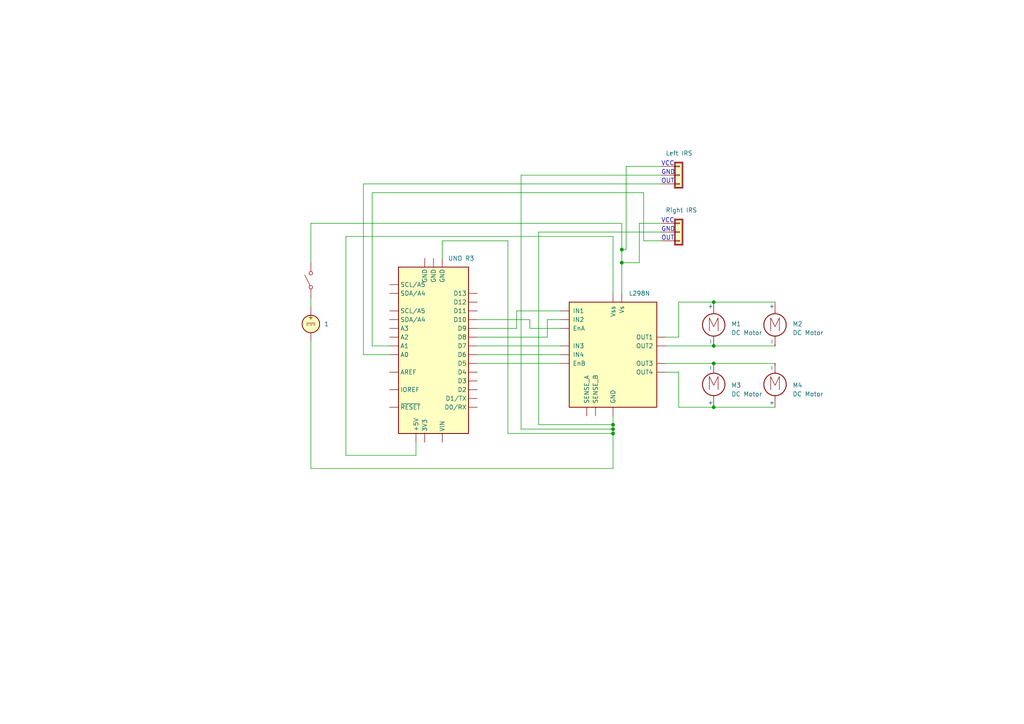
<source format=kicad_sch>
(kicad_sch (version 20211123) (generator eeschema)

  (uuid a70f18d6-0e54-4ee9-90eb-12580593d995)

  (paper "A4")

  (lib_symbols
    (symbol "Conn_01x03_Shielded_1" (pin_numbers hide) (pin_names (offset 1.016) hide) (in_bom yes) (on_board yes)
      (property "Reference" "J?" (id 0) (at 2.54 1.2701 0)
        (effects (font (size 1.27 1.27)) (justify left))
      )
      (property "Value" "Conn_01x03_Shielded_1" (id 1) (at 2.54 -1.2699 0)
        (effects (font (size 1.27 1.27)) (justify left))
      )
      (property "Footprint" "" (id 2) (at 0 0 0)
        (effects (font (size 1.27 1.27)) hide)
      )
      (property "Datasheet" "~" (id 3) (at 0 0 0)
        (effects (font (size 1.27 1.27)) hide)
      )
      (property "ki_keywords" "connector" (id 4) (at 0 0 0)
        (effects (font (size 1.27 1.27)) hide)
      )
      (property "ki_description" "Generic shielded connector, single row, 01x03, script generated (kicad-library-utils/schlib/autogen/connector/)" (id 5) (at 0 0 0)
        (effects (font (size 1.27 1.27)) hide)
      )
      (property "ki_fp_filters" "Connector*:*_1x??-1SH*" (id 6) (at 0 0 0)
        (effects (font (size 1.27 1.27)) hide)
      )
      (symbol "Conn_01x03_Shielded_1_1_1"
        (rectangle (start -1.27 3.81) (end 1.27 -3.81)
          (stroke (width 0.1524) (type default) (color 0 0 0 0))
          (fill (type none))
        )
        (rectangle (start -1.016 -2.413) (end 0.254 -2.667)
          (stroke (width 0.1524) (type default) (color 0 0 0 0))
          (fill (type none))
        )
        (rectangle (start -1.016 0.127) (end 0.254 -0.127)
          (stroke (width 0.1524) (type default) (color 0 0 0 0))
          (fill (type none))
        )
        (rectangle (start -1.016 2.667) (end 0.254 2.413)
          (stroke (width 0.1524) (type default) (color 0 0 0 0))
          (fill (type none))
        )
        (rectangle (start -1.016 3.556) (end 1.016 -3.556)
          (stroke (width 0.254) (type default) (color 0 0 0 0))
          (fill (type background))
        )
        (pin passive line (at -5.08 2.54 0) (length 4.064)
          (name "Pin_1" (effects (font (size 1.27 1.27))))
          (number "1" (effects (font (size 1.27 1.27))))
          (alternate "" input line)
          (alternate "" input line)
        )
        (pin passive line (at -5.08 0 0) (length 4.064)
          (name "Pin_2" (effects (font (size 1.27 1.27))))
          (number "2" (effects (font (size 1.27 1.27))))
          (alternate "" input line)
          (alternate "" input line)
        )
        (pin passive line (at -5.08 -2.54 0) (length 4.064)
          (name "Pin_3" (effects (font (size 1.27 1.27))))
          (number "3" (effects (font (size 1.27 1.27))))
          (alternate "" input line)
          (alternate "" input line)
        )
      )
    )
    (symbol "Conn_01x03_Shielded_2" (pin_numbers hide) (pin_names (offset 1.016) hide) (in_bom yes) (on_board yes)
      (property "Reference" "J?" (id 0) (at 2.54 1.2701 0)
        (effects (font (size 1.27 1.27)) (justify left))
      )
      (property "Value" "Conn_01x03_Shielded_2" (id 1) (at 2.54 -1.2699 0)
        (effects (font (size 1.27 1.27)) (justify left))
      )
      (property "Footprint" "" (id 2) (at 0 0 0)
        (effects (font (size 1.27 1.27)) hide)
      )
      (property "Datasheet" "~" (id 3) (at 0 0 0)
        (effects (font (size 1.27 1.27)) hide)
      )
      (property "ki_keywords" "connector" (id 4) (at 0 0 0)
        (effects (font (size 1.27 1.27)) hide)
      )
      (property "ki_description" "Generic shielded connector, single row, 01x03, script generated (kicad-library-utils/schlib/autogen/connector/)" (id 5) (at 0 0 0)
        (effects (font (size 1.27 1.27)) hide)
      )
      (property "ki_fp_filters" "Connector*:*_1x??-1SH*" (id 6) (at 0 0 0)
        (effects (font (size 1.27 1.27)) hide)
      )
      (symbol "Conn_01x03_Shielded_2_1_1"
        (rectangle (start -1.27 3.81) (end 1.27 -3.81)
          (stroke (width 0.1524) (type default) (color 0 0 0 0))
          (fill (type none))
        )
        (rectangle (start -1.016 -2.413) (end 0.254 -2.667)
          (stroke (width 0.1524) (type default) (color 0 0 0 0))
          (fill (type none))
        )
        (rectangle (start -1.016 0.127) (end 0.254 -0.127)
          (stroke (width 0.1524) (type default) (color 0 0 0 0))
          (fill (type none))
        )
        (rectangle (start -1.016 2.667) (end 0.254 2.413)
          (stroke (width 0.1524) (type default) (color 0 0 0 0))
          (fill (type none))
        )
        (rectangle (start -1.016 3.556) (end 1.016 -3.556)
          (stroke (width 0.254) (type default) (color 0 0 0 0))
          (fill (type background))
        )
        (pin passive line (at -5.08 2.54 0) (length 4.064)
          (name "Pin_1" (effects (font (size 1.27 1.27))))
          (number "1" (effects (font (size 1.27 1.27))))
          (alternate "" input line)
          (alternate "" input line)
        )
        (pin passive line (at -5.08 0 0) (length 4.064)
          (name "Pin_2" (effects (font (size 1.27 1.27))))
          (number "2" (effects (font (size 1.27 1.27))))
          (alternate "" input line)
          (alternate "" input line)
        )
        (pin passive line (at -5.08 -2.54 0) (length 4.064)
          (name "Pin_3" (effects (font (size 1.27 1.27))))
          (number "3" (effects (font (size 1.27 1.27))))
          (alternate "" input line)
          (alternate "" input line)
        )
      )
    )
    (symbol "Driver_Motor:L298N" (pin_numbers hide) (pin_names (offset 1.016)) (in_bom yes) (on_board yes)
      (property "Reference" "U" (id 0) (at -10.16 16.51 0)
        (effects (font (size 1.27 1.27)) (justify right))
      )
      (property "Value" "L298N" (id 1) (at 12.7 16.51 0)
        (effects (font (size 1.27 1.27)) (justify right))
      )
      (property "Footprint" "Package_TO_SOT_THT:TO-220-15_P2.54x2.54mm_StaggerOdd_Lead4.58mm_Vertical" (id 2) (at 1.27 -16.51 0)
        (effects (font (size 1.27 1.27)) (justify left) hide)
      )
      (property "Datasheet" "http://www.st.com/st-web-ui/static/active/en/resource/technical/document/datasheet/CD00000240.pdf" (id 3) (at 3.81 6.35 0)
        (effects (font (size 1.27 1.27)) hide)
      )
      (property "ki_keywords" "H-bridge motor driver" (id 4) (at 0 0 0)
        (effects (font (size 1.27 1.27)) hide)
      )
      (property "ki_description" "Dual full bridge motor driver, up to 46V, 4A, Multiwatt15-V" (id 5) (at 0 0 0)
        (effects (font (size 1.27 1.27)) hide)
      )
      (property "ki_fp_filters" "TO?220*StaggerOdd*Vertical*" (id 6) (at 0 0 0)
        (effects (font (size 1.27 1.27)) hide)
      )
      (symbol "L298N_0_1"
        (rectangle (start -12.7 15.24) (end 12.7 -15.24)
          (stroke (width 0.254) (type default) (color 0 0 0 0))
          (fill (type background))
        )
      )
      (symbol "L298N_1_1"
        (pin power_in line (at -7.62 -17.78 90) (length 2.54)
          (name "SENSE_A" (effects (font (size 1.27 1.27))))
          (number "1" (effects (font (size 1.27 1.27))))
        )
        (pin input line (at -15.24 2.54 0) (length 2.54)
          (name "IN3" (effects (font (size 1.27 1.27))))
          (number "10" (effects (font (size 1.27 1.27))))
        )
        (pin input line (at -15.24 -2.54 0) (length 2.54)
          (name "EnB" (effects (font (size 1.27 1.27))))
          (number "11" (effects (font (size 1.27 1.27))))
        )
        (pin input line (at -15.24 0 0) (length 2.54)
          (name "IN4" (effects (font (size 1.27 1.27))))
          (number "12" (effects (font (size 1.27 1.27))))
        )
        (pin output line (at 15.24 -2.54 180) (length 2.54)
          (name "OUT3" (effects (font (size 1.27 1.27))))
          (number "13" (effects (font (size 1.27 1.27))))
        )
        (pin output line (at 15.24 -5.08 180) (length 2.54)
          (name "OUT4" (effects (font (size 1.27 1.27))))
          (number "14" (effects (font (size 1.27 1.27))))
        )
        (pin power_in line (at -5.08 -17.78 90) (length 2.54)
          (name "SENSE_B" (effects (font (size 1.27 1.27))))
          (number "15" (effects (font (size 1.27 1.27))))
        )
        (pin output line (at 15.24 5.08 180) (length 2.54)
          (name "OUT1" (effects (font (size 1.27 1.27))))
          (number "2" (effects (font (size 1.27 1.27))))
        )
        (pin output line (at 15.24 2.54 180) (length 2.54)
          (name "OUT2" (effects (font (size 1.27 1.27))))
          (number "3" (effects (font (size 1.27 1.27))))
        )
        (pin power_in line (at 2.54 17.78 270) (length 2.54)
          (name "Vs" (effects (font (size 1.27 1.27))))
          (number "4" (effects (font (size 1.27 1.27))))
        )
        (pin input line (at -15.24 12.7 0) (length 2.54)
          (name "IN1" (effects (font (size 1.27 1.27))))
          (number "5" (effects (font (size 1.27 1.27))))
        )
        (pin input line (at -15.24 7.62 0) (length 2.54)
          (name "EnA" (effects (font (size 1.27 1.27))))
          (number "6" (effects (font (size 1.27 1.27))))
        )
        (pin input line (at -15.24 10.16 0) (length 2.54)
          (name "IN2" (effects (font (size 1.27 1.27))))
          (number "7" (effects (font (size 1.27 1.27))))
        )
        (pin power_in line (at 0 -17.78 90) (length 2.54)
          (name "GND" (effects (font (size 1.27 1.27))))
          (number "8" (effects (font (size 1.27 1.27))))
        )
        (pin power_in line (at 0 17.78 270) (length 2.54)
          (name "Vss" (effects (font (size 1.27 1.27))))
          (number "9" (effects (font (size 1.27 1.27))))
        )
      )
    )
    (symbol "MCU_Module:Arduino_UNO_R3" (pin_numbers hide) (in_bom yes) (on_board yes)
      (property "Reference" "A" (id 0) (at -10.16 23.495 0)
        (effects (font (size 1.27 1.27)) (justify left bottom))
      )
      (property "Value" "Arduino_UNO_R3" (id 1) (at 5.08 -26.67 0)
        (effects (font (size 1.27 1.27)) (justify left top))
      )
      (property "Footprint" "Module:Arduino_UNO_R3" (id 2) (at 0 0 0)
        (effects (font (size 1.27 1.27) italic) hide)
      )
      (property "Datasheet" "https://www.arduino.cc/en/Main/arduinoBoardUno" (id 3) (at 0 0 0)
        (effects (font (size 1.27 1.27)) hide)
      )
      (property "ki_keywords" "Arduino UNO R3 Microcontroller Module Atmel AVR USB" (id 4) (at 0 0 0)
        (effects (font (size 1.27 1.27)) hide)
      )
      (property "ki_description" "Arduino UNO Microcontroller Module, release 3" (id 5) (at 0 0 0)
        (effects (font (size 1.27 1.27)) hide)
      )
      (property "ki_fp_filters" "Arduino*UNO*R3*" (id 6) (at 0 0 0)
        (effects (font (size 1.27 1.27)) hide)
      )
      (symbol "Arduino_UNO_R3_0_1"
        (rectangle (start -10.16 22.86) (end 10.16 -25.4)
          (stroke (width 0.254) (type default) (color 0 0 0 0))
          (fill (type background))
        )
      )
      (symbol "Arduino_UNO_R3_1_1"
        (pin no_connect line (at -10.16 -20.32 0) (length 2.54) hide
          (name "NC" (effects (font (size 1.27 1.27))))
          (number "1" (effects (font (size 1.27 1.27))))
        )
        (pin bidirectional line (at 12.7 -2.54 180) (length 2.54)
          (name "A1" (effects (font (size 1.27 1.27))))
          (number "10" (effects (font (size 1.27 1.27))))
        )
        (pin bidirectional line (at 12.7 -5.08 180) (length 2.54)
          (name "A2" (effects (font (size 1.27 1.27))))
          (number "11" (effects (font (size 1.27 1.27))))
        )
        (pin bidirectional line (at 12.7 -7.62 180) (length 2.54)
          (name "A3" (effects (font (size 1.27 1.27))))
          (number "12" (effects (font (size 1.27 1.27))))
        )
        (pin bidirectional line (at 12.7 -10.16 180) (length 2.54)
          (name "SDA/A4" (effects (font (size 1.27 1.27))))
          (number "13" (effects (font (size 1.27 1.27))))
        )
        (pin bidirectional line (at 12.7 -12.7 180) (length 2.54)
          (name "SCL/A5" (effects (font (size 1.27 1.27))))
          (number "14" (effects (font (size 1.27 1.27))))
        )
        (pin bidirectional line (at -12.7 15.24 0) (length 2.54)
          (name "D0/RX" (effects (font (size 1.27 1.27))))
          (number "15" (effects (font (size 1.27 1.27))))
        )
        (pin bidirectional line (at -12.7 12.7 0) (length 2.54)
          (name "D1/TX" (effects (font (size 1.27 1.27))))
          (number "16" (effects (font (size 1.27 1.27))))
        )
        (pin bidirectional line (at -12.7 10.16 0) (length 2.54)
          (name "D2" (effects (font (size 1.27 1.27))))
          (number "17" (effects (font (size 1.27 1.27))))
        )
        (pin bidirectional line (at -12.7 7.62 0) (length 2.54)
          (name "D3" (effects (font (size 1.27 1.27))))
          (number "18" (effects (font (size 1.27 1.27))))
        )
        (pin bidirectional line (at -12.7 5.08 0) (length 2.54)
          (name "D4" (effects (font (size 1.27 1.27))))
          (number "19" (effects (font (size 1.27 1.27))))
        )
        (pin output line (at 12.7 10.16 180) (length 2.54)
          (name "IOREF" (effects (font (size 1.27 1.27))))
          (number "2" (effects (font (size 1.27 1.27))))
        )
        (pin bidirectional line (at -12.7 2.54 0) (length 2.54)
          (name "D5" (effects (font (size 1.27 1.27))))
          (number "20" (effects (font (size 1.27 1.27))))
        )
        (pin bidirectional line (at -12.7 0 0) (length 2.54)
          (name "D6" (effects (font (size 1.27 1.27))))
          (number "21" (effects (font (size 1.27 1.27))))
        )
        (pin bidirectional line (at -12.7 -2.54 0) (length 2.54)
          (name "D7" (effects (font (size 1.27 1.27))))
          (number "22" (effects (font (size 1.27 1.27))))
        )
        (pin bidirectional line (at -12.7 -5.08 0) (length 2.54)
          (name "D8" (effects (font (size 1.27 1.27))))
          (number "23" (effects (font (size 1.27 1.27))))
        )
        (pin bidirectional line (at -12.7 -7.62 0) (length 2.54)
          (name "D9" (effects (font (size 1.27 1.27))))
          (number "24" (effects (font (size 1.27 1.27))))
        )
        (pin bidirectional line (at -12.7 -10.16 0) (length 2.54)
          (name "D10" (effects (font (size 1.27 1.27))))
          (number "25" (effects (font (size 1.27 1.27))))
        )
        (pin bidirectional line (at -12.7 -12.7 0) (length 2.54)
          (name "D11" (effects (font (size 1.27 1.27))))
          (number "26" (effects (font (size 1.27 1.27))))
        )
        (pin bidirectional line (at -12.7 -15.24 0) (length 2.54)
          (name "D12" (effects (font (size 1.27 1.27))))
          (number "27" (effects (font (size 1.27 1.27))))
        )
        (pin bidirectional line (at -12.7 -17.78 0) (length 2.54)
          (name "D13" (effects (font (size 1.27 1.27))))
          (number "28" (effects (font (size 1.27 1.27))))
        )
        (pin power_in line (at -2.54 -27.94 90) (length 2.54)
          (name "GND" (effects (font (size 1.27 1.27))))
          (number "29" (effects (font (size 1.27 1.27))))
        )
        (pin input line (at 12.7 15.24 180) (length 2.54)
          (name "~{RESET}" (effects (font (size 1.27 1.27))))
          (number "3" (effects (font (size 1.27 1.27))))
        )
        (pin input line (at 12.7 5.08 180) (length 2.54)
          (name "AREF" (effects (font (size 1.27 1.27))))
          (number "30" (effects (font (size 1.27 1.27))))
        )
        (pin bidirectional line (at 12.7 -17.78 180) (length 2.54)
          (name "SDA/A4" (effects (font (size 1.27 1.27))))
          (number "31" (effects (font (size 1.27 1.27))))
        )
        (pin bidirectional line (at 12.7 -20.32 180) (length 2.54)
          (name "SCL/A5" (effects (font (size 1.27 1.27))))
          (number "32" (effects (font (size 1.27 1.27))))
        )
        (pin power_out line (at 2.54 25.4 270) (length 2.54)
          (name "3V3" (effects (font (size 1.27 1.27))))
          (number "4" (effects (font (size 1.27 1.27))))
        )
        (pin power_out line (at 5.08 25.4 270) (length 2.54)
          (name "+5V" (effects (font (size 1.27 1.27))))
          (number "5" (effects (font (size 1.27 1.27))))
        )
        (pin power_in line (at 0 -27.94 90) (length 2.54)
          (name "GND" (effects (font (size 1.27 1.27))))
          (number "6" (effects (font (size 1.27 1.27))))
        )
        (pin power_in line (at 2.54 -27.94 90) (length 2.54)
          (name "GND" (effects (font (size 1.27 1.27))))
          (number "7" (effects (font (size 1.27 1.27))))
        )
        (pin power_in line (at -2.54 25.4 270) (length 2.54)
          (name "VIN" (effects (font (size 1.27 1.27))))
          (number "8" (effects (font (size 1.27 1.27))))
        )
        (pin bidirectional line (at 12.7 0 180) (length 2.54)
          (name "A0" (effects (font (size 1.27 1.27))))
          (number "9" (effects (font (size 1.27 1.27))))
        )
      )
    )
    (symbol "Motor:Motor_DC" (pin_numbers hide) (pin_names (offset 0)) (in_bom yes) (on_board yes)
      (property "Reference" "M" (id 0) (at 2.54 2.54 0)
        (effects (font (size 1.27 1.27)) (justify left))
      )
      (property "Value" "Motor_DC" (id 1) (at 2.54 -5.08 0)
        (effects (font (size 1.27 1.27)) (justify left top))
      )
      (property "Footprint" "" (id 2) (at 0 -2.286 0)
        (effects (font (size 1.27 1.27)) hide)
      )
      (property "Datasheet" "~" (id 3) (at 0 -2.286 0)
        (effects (font (size 1.27 1.27)) hide)
      )
      (property "ki_keywords" "DC Motor" (id 4) (at 0 0 0)
        (effects (font (size 1.27 1.27)) hide)
      )
      (property "ki_description" "DC Motor" (id 5) (at 0 0 0)
        (effects (font (size 1.27 1.27)) hide)
      )
      (property "ki_fp_filters" "PinHeader*P2.54mm* TerminalBlock*" (id 6) (at 0 0 0)
        (effects (font (size 1.27 1.27)) hide)
      )
      (symbol "Motor_DC_0_0"
        (polyline
          (pts
            (xy -1.27 -3.302)
            (xy -1.27 0.508)
            (xy 0 -2.032)
            (xy 1.27 0.508)
            (xy 1.27 -3.302)
          )
          (stroke (width 0) (type default) (color 0 0 0 0))
          (fill (type none))
        )
      )
      (symbol "Motor_DC_0_1"
        (circle (center 0 -1.524) (radius 3.2512)
          (stroke (width 0.254) (type default) (color 0 0 0 0))
          (fill (type none))
        )
        (polyline
          (pts
            (xy 0 -7.62)
            (xy 0 -7.112)
          )
          (stroke (width 0) (type default) (color 0 0 0 0))
          (fill (type none))
        )
        (polyline
          (pts
            (xy 0 -4.7752)
            (xy 0 -5.1816)
          )
          (stroke (width 0) (type default) (color 0 0 0 0))
          (fill (type none))
        )
        (polyline
          (pts
            (xy 0 1.7272)
            (xy 0 2.0828)
          )
          (stroke (width 0) (type default) (color 0 0 0 0))
          (fill (type none))
        )
        (polyline
          (pts
            (xy 0 2.032)
            (xy 0 2.54)
          )
          (stroke (width 0) (type default) (color 0 0 0 0))
          (fill (type none))
        )
      )
      (symbol "Motor_DC_1_1"
        (pin passive line (at 0 5.08 270) (length 2.54)
          (name "+" (effects (font (size 1.27 1.27))))
          (number "1" (effects (font (size 1.27 1.27))))
        )
        (pin passive line (at 0 -7.62 90) (length 2.54)
          (name "-" (effects (font (size 1.27 1.27))))
          (number "2" (effects (font (size 1.27 1.27))))
        )
      )
    )
    (symbol "Motor_DC_1" (pin_numbers hide) (pin_names (offset 0)) (in_bom yes) (on_board yes)
      (property "Reference" "M?" (id 0) (at -7.62 0 0)
        (effects (font (size 1.27 1.27)) (justify right))
      )
      (property "Value" "Motor_DC" (id 1) (at -5.08 -2.54 0)
        (effects (font (size 1.27 1.27)) (justify right))
      )
      (property "Footprint" "" (id 2) (at 0 2.286 0)
        (effects (font (size 1.27 1.27)) hide)
      )
      (property "Datasheet" "~" (id 3) (at 0 2.286 0)
        (effects (font (size 1.27 1.27)) hide)
      )
      (property "ki_keywords" "DC Motor" (id 4) (at 0 0 0)
        (effects (font (size 1.27 1.27)) hide)
      )
      (property "ki_description" "DC Motor" (id 5) (at 0 0 0)
        (effects (font (size 1.27 1.27)) hide)
      )
      (property "ki_fp_filters" "PinHeader*P2.54mm* TerminalBlock*" (id 6) (at 0 0 0)
        (effects (font (size 1.27 1.27)) hide)
      )
      (symbol "Motor_DC_1_0_0"
        (polyline
          (pts
            (xy 1.27 0)
            (xy 1.27 -3.81)
            (xy 0 -1.27)
            (xy -1.27 -3.81)
            (xy -1.27 0)
          )
          (stroke (width 0) (type default) (color 0 0 0 0))
          (fill (type none))
        )
      )
      (symbol "Motor_DC_1_0_1"
        (circle (center 0 -1.524) (radius 3.2512)
          (stroke (width 0.254) (type default) (color 0 0 0 0))
          (fill (type none))
        )
        (polyline
          (pts
            (xy 0 -7.62)
            (xy 0 -7.112)
          )
          (stroke (width 0) (type default) (color 0 0 0 0))
          (fill (type none))
        )
        (polyline
          (pts
            (xy 0 -4.7752)
            (xy 0 -5.1816)
          )
          (stroke (width 0) (type default) (color 0 0 0 0))
          (fill (type none))
        )
        (polyline
          (pts
            (xy 0 1.7272)
            (xy 0 2.0828)
          )
          (stroke (width 0) (type default) (color 0 0 0 0))
          (fill (type none))
        )
        (polyline
          (pts
            (xy 0 2.032)
            (xy 0 2.54)
          )
          (stroke (width 0) (type default) (color 0 0 0 0))
          (fill (type none))
        )
      )
      (symbol "Motor_DC_1_1_1"
        (pin passive line (at 0 5.08 270) (length 2.54)
          (name "+" (effects (font (size 1.27 1.27))))
          (number "1" (effects (font (size 1.27 1.27))))
        )
        (pin passive line (at 0 -7.62 90) (length 2.54)
          (name "-" (effects (font (size 1.27 1.27))))
          (number "2" (effects (font (size 1.27 1.27))))
        )
      )
    )
    (symbol "Motor_DC_2" (pin_numbers hide) (pin_names (offset 0)) (in_bom yes) (on_board yes)
      (property "Reference" "M?" (id 0) (at -7.62 -3.81 0)
        (effects (font (size 1.27 1.27)) (justify right))
      )
      (property "Value" "Motor_DC" (id 1) (at -3.81 -1.27 0)
        (effects (font (size 1.27 1.27)) (justify right))
      )
      (property "Footprint" "" (id 2) (at 0 -2.286 0)
        (effects (font (size 1.27 1.27)) hide)
      )
      (property "Datasheet" "~" (id 3) (at 0 -2.286 0)
        (effects (font (size 1.27 1.27)) hide)
      )
      (property "ki_keywords" "DC Motor" (id 4) (at 0 0 0)
        (effects (font (size 1.27 1.27)) hide)
      )
      (property "ki_description" "DC Motor" (id 5) (at 0 0 0)
        (effects (font (size 1.27 1.27)) hide)
      )
      (property "ki_fp_filters" "PinHeader*P2.54mm* TerminalBlock*" (id 6) (at 0 0 0)
        (effects (font (size 1.27 1.27)) hide)
      )
      (symbol "Motor_DC_2_0_0"
        (polyline
          (pts
            (xy 1.27 0)
            (xy 1.27 -3.81)
            (xy 0 -1.27)
            (xy -1.27 -3.81)
            (xy -1.27 0)
          )
          (stroke (width 0) (type default) (color 0 0 0 0))
          (fill (type none))
        )
      )
      (symbol "Motor_DC_2_0_1"
        (circle (center 0 -1.524) (radius 3.2512)
          (stroke (width 0.254) (type default) (color 0 0 0 0))
          (fill (type none))
        )
        (polyline
          (pts
            (xy 0 -7.62)
            (xy 0 -7.112)
          )
          (stroke (width 0) (type default) (color 0 0 0 0))
          (fill (type none))
        )
        (polyline
          (pts
            (xy 0 -4.7752)
            (xy 0 -5.1816)
          )
          (stroke (width 0) (type default) (color 0 0 0 0))
          (fill (type none))
        )
        (polyline
          (pts
            (xy 0 1.7272)
            (xy 0 2.0828)
          )
          (stroke (width 0) (type default) (color 0 0 0 0))
          (fill (type none))
        )
        (polyline
          (pts
            (xy 0 2.032)
            (xy 0 2.54)
          )
          (stroke (width 0) (type default) (color 0 0 0 0))
          (fill (type none))
        )
      )
      (symbol "Motor_DC_2_1_1"
        (pin passive line (at 0 5.08 270) (length 2.54)
          (name "+" (effects (font (size 1.27 1.27))))
          (number "1" (effects (font (size 1.27 1.27))))
        )
        (pin passive line (at 0 -7.62 90) (length 2.54)
          (name "-" (effects (font (size 1.27 1.27))))
          (number "2" (effects (font (size 1.27 1.27))))
        )
      )
    )
    (symbol "Motor_DC_3" (pin_numbers hide) (pin_names (offset 0)) (in_bom yes) (on_board yes)
      (property "Reference" "M" (id 0) (at 2.54 2.54 0)
        (effects (font (size 1.27 1.27)) (justify left))
      )
      (property "Value" "Motor_DC_3" (id 1) (at 2.54 -5.08 0)
        (effects (font (size 1.27 1.27)) (justify left top))
      )
      (property "Footprint" "" (id 2) (at 0 -2.286 0)
        (effects (font (size 1.27 1.27)) hide)
      )
      (property "Datasheet" "~" (id 3) (at 0 -2.286 0)
        (effects (font (size 1.27 1.27)) hide)
      )
      (property "ki_keywords" "DC Motor" (id 4) (at 0 0 0)
        (effects (font (size 1.27 1.27)) hide)
      )
      (property "ki_description" "DC Motor" (id 5) (at 0 0 0)
        (effects (font (size 1.27 1.27)) hide)
      )
      (property "ki_fp_filters" "PinHeader*P2.54mm* TerminalBlock*" (id 6) (at 0 0 0)
        (effects (font (size 1.27 1.27)) hide)
      )
      (symbol "Motor_DC_3_0_0"
        (polyline
          (pts
            (xy -1.27 -3.302)
            (xy -1.27 0.508)
            (xy 0 -2.032)
            (xy 1.27 0.508)
            (xy 1.27 -3.302)
          )
          (stroke (width 0) (type default) (color 0 0 0 0))
          (fill (type none))
        )
      )
      (symbol "Motor_DC_3_0_1"
        (circle (center 0 -1.524) (radius 3.2512)
          (stroke (width 0.254) (type default) (color 0 0 0 0))
          (fill (type none))
        )
        (polyline
          (pts
            (xy 0 -7.62)
            (xy 0 -7.112)
          )
          (stroke (width 0) (type default) (color 0 0 0 0))
          (fill (type none))
        )
        (polyline
          (pts
            (xy 0 -4.7752)
            (xy 0 -5.1816)
          )
          (stroke (width 0) (type default) (color 0 0 0 0))
          (fill (type none))
        )
        (polyline
          (pts
            (xy 0 1.7272)
            (xy 0 2.0828)
          )
          (stroke (width 0) (type default) (color 0 0 0 0))
          (fill (type none))
        )
        (polyline
          (pts
            (xy 0 2.032)
            (xy 0 2.54)
          )
          (stroke (width 0) (type default) (color 0 0 0 0))
          (fill (type none))
        )
      )
      (symbol "Motor_DC_3_1_1"
        (pin passive line (at 0 5.08 270) (length 2.54)
          (name "+" (effects (font (size 1.27 1.27))))
          (number "1" (effects (font (size 1.27 1.27))))
        )
        (pin passive line (at 0 -7.62 90) (length 2.54)
          (name "-" (effects (font (size 1.27 1.27))))
          (number "2" (effects (font (size 1.27 1.27))))
        )
      )
    )
    (symbol "Simulation_SPICE:VDC" (pin_numbers hide) (pin_names (offset 0.0254)) (in_bom yes) (on_board yes)
      (property "Reference" "V" (id 0) (at 2.54 2.54 0)
        (effects (font (size 1.27 1.27)) (justify left))
      )
      (property "Value" "VDC" (id 1) (at 2.54 0 0)
        (effects (font (size 1.27 1.27)) (justify left))
      )
      (property "Footprint" "" (id 2) (at 0 0 0)
        (effects (font (size 1.27 1.27)) hide)
      )
      (property "Datasheet" "~" (id 3) (at 0 0 0)
        (effects (font (size 1.27 1.27)) hide)
      )
      (property "Spice_Netlist_Enabled" "Y" (id 4) (at 0 0 0)
        (effects (font (size 1.27 1.27)) (justify left) hide)
      )
      (property "Spice_Primitive" "V" (id 5) (at 0 0 0)
        (effects (font (size 1.27 1.27)) (justify left) hide)
      )
      (property "Spice_Model" "dc(1)" (id 6) (at 2.54 -2.54 0)
        (effects (font (size 1.27 1.27)) (justify left))
      )
      (property "ki_keywords" "simulation" (id 7) (at 0 0 0)
        (effects (font (size 1.27 1.27)) hide)
      )
      (property "ki_description" "Voltage source, DC" (id 8) (at 0 0 0)
        (effects (font (size 1.27 1.27)) hide)
      )
      (symbol "VDC_0_0"
        (polyline
          (pts
            (xy -1.27 0.254)
            (xy 1.27 0.254)
          )
          (stroke (width 0) (type default) (color 0 0 0 0))
          (fill (type none))
        )
        (polyline
          (pts
            (xy -0.762 -0.254)
            (xy -1.27 -0.254)
          )
          (stroke (width 0) (type default) (color 0 0 0 0))
          (fill (type none))
        )
        (polyline
          (pts
            (xy 0.254 -0.254)
            (xy -0.254 -0.254)
          )
          (stroke (width 0) (type default) (color 0 0 0 0))
          (fill (type none))
        )
        (polyline
          (pts
            (xy 1.27 -0.254)
            (xy 0.762 -0.254)
          )
          (stroke (width 0) (type default) (color 0 0 0 0))
          (fill (type none))
        )
        (text "+" (at 0 1.905 0)
          (effects (font (size 1.27 1.27)))
        )
      )
      (symbol "VDC_0_1"
        (circle (center 0 0) (radius 2.54)
          (stroke (width 0.254) (type default) (color 0 0 0 0))
          (fill (type background))
        )
      )
      (symbol "VDC_1_1"
        (pin passive line (at 0 5.08 270) (length 2.54)
          (name "~" (effects (font (size 1.27 1.27))))
          (number "1" (effects (font (size 1.27 1.27))))
        )
        (pin passive line (at 0 -5.08 90) (length 2.54)
          (name "~" (effects (font (size 1.27 1.27))))
          (number "2" (effects (font (size 1.27 1.27))))
        )
      )
    )
    (symbol "Switch:SW_SPST" (pin_numbers hide) (pin_names (offset 0) hide) (in_bom yes) (on_board yes)
      (property "Reference" "SW" (id 0) (at 0 3.175 0)
        (effects (font (size 1.27 1.27)))
      )
      (property "Value" "SW_SPST" (id 1) (at 0 -2.54 0)
        (effects (font (size 1.27 1.27)))
      )
      (property "Footprint" "" (id 2) (at 0 0 0)
        (effects (font (size 1.27 1.27)) hide)
      )
      (property "Datasheet" "~" (id 3) (at 0 0 0)
        (effects (font (size 1.27 1.27)) hide)
      )
      (property "ki_keywords" "switch lever" (id 4) (at 0 0 0)
        (effects (font (size 1.27 1.27)) hide)
      )
      (property "ki_description" "Single Pole Single Throw (SPST) switch" (id 5) (at 0 0 0)
        (effects (font (size 1.27 1.27)) hide)
      )
      (symbol "SW_SPST_0_0"
        (circle (center -2.032 0) (radius 0.508)
          (stroke (width 0) (type default) (color 0 0 0 0))
          (fill (type none))
        )
        (polyline
          (pts
            (xy -1.524 0.254)
            (xy 1.524 1.778)
          )
          (stroke (width 0) (type default) (color 0 0 0 0))
          (fill (type none))
        )
        (circle (center 2.032 0) (radius 0.508)
          (stroke (width 0) (type default) (color 0 0 0 0))
          (fill (type none))
        )
      )
      (symbol "SW_SPST_1_1"
        (pin passive line (at -5.08 0 0) (length 2.54)
          (name "A" (effects (font (size 1.27 1.27))))
          (number "1" (effects (font (size 1.27 1.27))))
        )
        (pin passive line (at 5.08 0 180) (length 2.54)
          (name "B" (effects (font (size 1.27 1.27))))
          (number "2" (effects (font (size 1.27 1.27))))
        )
      )
    )
  )

  (junction (at 177.8 124.46) (diameter 0) (color 0 0 0 0)
    (uuid 38fe6286-c886-4e1e-9046-025f1c049a62)
  )
  (junction (at 207.01 105.41) (diameter 0) (color 0 0 0 0)
    (uuid 729dc943-662c-43fb-8e72-dbec71b46fcd)
  )
  (junction (at 207.01 118.11) (diameter 0) (color 0 0 0 0)
    (uuid 7fda9c7f-6222-4fbb-923d-d0e0ea05d3fa)
  )
  (junction (at 177.8 123.19) (diameter 0) (color 0 0 0 0)
    (uuid 9b97ea46-2a77-4cf9-be9a-0d06aef1b6cd)
  )
  (junction (at 180.34 76.2) (diameter 0) (color 0 0 0 0)
    (uuid a9c8d0f6-f4e9-4421-8426-78690ff3359c)
  )
  (junction (at 177.8 125.73) (diameter 0) (color 0 0 0 0)
    (uuid ab7bc679-2f49-46b8-9baf-908d92e21787)
  )
  (junction (at 207.01 87.63) (diameter 0) (color 0 0 0 0)
    (uuid be6586bb-d35d-4aba-b981-89945d89cb7e)
  )
  (junction (at 180.34 72.39) (diameter 0) (color 0 0 0 0)
    (uuid d0f21d16-d84e-4f2e-82aa-c11216671290)
  )
  (junction (at 207.01 100.33) (diameter 0) (color 0 0 0 0)
    (uuid d61aa2e6-e44a-4414-8125-d3d68b81d1ab)
  )

  (wire (pts (xy 191.77 69.85) (xy 186.69 69.85))
    (stroke (width 0) (type default) (color 0 0 0 0))
    (uuid 00ebd8cf-ed73-4067-a217-525571dc325a)
  )
  (wire (pts (xy 100.33 132.08) (xy 120.65 132.08))
    (stroke (width 0) (type default) (color 0 0 0 0))
    (uuid 070b6ec2-0e27-4dcc-9dc6-a73733471550)
  )
  (wire (pts (xy 177.8 123.19) (xy 177.8 124.46))
    (stroke (width 0) (type default) (color 0 0 0 0))
    (uuid 076cb823-249f-4b5b-aa50-d6d89e01cd68)
  )
  (wire (pts (xy 181.61 48.26) (xy 181.61 72.39))
    (stroke (width 0) (type default) (color 0 0 0 0))
    (uuid 11309bbc-8c40-4cb0-9bc0-34d74ac1eafb)
  )
  (wire (pts (xy 207.01 100.33) (xy 224.79 100.33))
    (stroke (width 0) (type default) (color 0 0 0 0))
    (uuid 1134eef8-c343-42af-9e37-7524816d497c)
  )
  (wire (pts (xy 177.8 135.89) (xy 177.8 125.73))
    (stroke (width 0) (type default) (color 0 0 0 0))
    (uuid 1b3d44e6-613e-4ee3-856a-72ad74fe9614)
  )
  (wire (pts (xy 177.8 85.09) (xy 177.8 68.58))
    (stroke (width 0) (type default) (color 0 0 0 0))
    (uuid 20026651-f28b-45d2-b0fc-9e8d3e0e86b1)
  )
  (wire (pts (xy 158.75 97.79) (xy 138.43 97.79))
    (stroke (width 0) (type default) (color 0 0 0 0))
    (uuid 2c20618d-63c2-456e-acc0-89f493ca20bc)
  )
  (wire (pts (xy 180.34 72.39) (xy 180.34 76.2))
    (stroke (width 0) (type default) (color 0 0 0 0))
    (uuid 2f5fb3a4-1ab1-4cb5-8bbc-e15c8d77ac3c)
  )
  (wire (pts (xy 180.34 76.2) (xy 180.34 85.09))
    (stroke (width 0) (type default) (color 0 0 0 0))
    (uuid 3158eb3d-69eb-4113-a07e-c9a1942fcd91)
  )
  (wire (pts (xy 177.8 120.65) (xy 177.8 123.19))
    (stroke (width 0) (type default) (color 0 0 0 0))
    (uuid 3284da17-1149-4833-b12e-774d9ab87ee9)
  )
  (wire (pts (xy 105.41 102.87) (xy 113.03 102.87))
    (stroke (width 0) (type default) (color 0 0 0 0))
    (uuid 3c8069ad-d11a-4510-a3e5-b989feb4edc4)
  )
  (wire (pts (xy 138.43 105.41) (xy 162.56 105.41))
    (stroke (width 0) (type default) (color 0 0 0 0))
    (uuid 3cd331e4-5a38-41a9-95a1-7e1dfc933b06)
  )
  (wire (pts (xy 107.95 100.33) (xy 113.03 100.33))
    (stroke (width 0) (type default) (color 0 0 0 0))
    (uuid 3ea331cb-d1b1-44ea-ad8a-20afa0070c56)
  )
  (wire (pts (xy 185.42 76.2) (xy 180.34 76.2))
    (stroke (width 0) (type default) (color 0 0 0 0))
    (uuid 40d284c7-5105-4a43-a931-02f5c78d2113)
  )
  (wire (pts (xy 193.04 105.41) (xy 207.01 105.41))
    (stroke (width 0) (type default) (color 0 0 0 0))
    (uuid 456bc8a1-40eb-450a-987c-3de80d0efd37)
  )
  (wire (pts (xy 147.32 125.73) (xy 177.8 125.73))
    (stroke (width 0) (type default) (color 0 0 0 0))
    (uuid 47295ec1-b310-4a94-bbae-6f3cb66c266b)
  )
  (wire (pts (xy 193.04 100.33) (xy 207.01 100.33))
    (stroke (width 0) (type default) (color 0 0 0 0))
    (uuid 48a22ba9-5ef9-41b1-8d95-10ebc3461917)
  )
  (wire (pts (xy 149.86 90.17) (xy 149.86 95.25))
    (stroke (width 0) (type default) (color 0 0 0 0))
    (uuid 4aa913a9-5c03-4b4e-8d78-5514dfae6e73)
  )
  (wire (pts (xy 207.01 118.11) (xy 196.85 118.11))
    (stroke (width 0) (type default) (color 0 0 0 0))
    (uuid 4ac0dc2c-cf37-4a20-bb62-e49d429e2457)
  )
  (wire (pts (xy 156.21 67.31) (xy 156.21 123.19))
    (stroke (width 0) (type default) (color 0 0 0 0))
    (uuid 57947440-4999-44d0-adf0-c448be099821)
  )
  (wire (pts (xy 100.33 68.58) (xy 100.33 132.08))
    (stroke (width 0) (type default) (color 0 0 0 0))
    (uuid 5e6d2e63-f473-4a2d-823b-5e700e8ade77)
  )
  (wire (pts (xy 147.32 69.85) (xy 147.32 125.73))
    (stroke (width 0) (type default) (color 0 0 0 0))
    (uuid 63841a8c-4cbe-4930-b182-7fa6c6443383)
  )
  (wire (pts (xy 153.67 92.71) (xy 138.43 92.71))
    (stroke (width 0) (type default) (color 0 0 0 0))
    (uuid 65ad8ad9-6ed6-49b5-b7eb-e867244a3d0b)
  )
  (wire (pts (xy 151.13 50.8) (xy 151.13 124.46))
    (stroke (width 0) (type default) (color 0 0 0 0))
    (uuid 6eca1391-7183-433a-ab99-5600d938a00e)
  )
  (wire (pts (xy 162.56 92.71) (xy 158.75 92.71))
    (stroke (width 0) (type default) (color 0 0 0 0))
    (uuid 7380126f-b3b0-4dd0-9435-422391b4ef69)
  )
  (wire (pts (xy 90.17 135.89) (xy 177.8 135.89))
    (stroke (width 0) (type default) (color 0 0 0 0))
    (uuid 779455e5-2c9a-43bd-959f-8fdc1febd3ac)
  )
  (wire (pts (xy 90.17 88.9) (xy 90.17 86.36))
    (stroke (width 0) (type default) (color 0 0 0 0))
    (uuid 788aab23-17c8-44a5-9515-06fbad1f1397)
  )
  (wire (pts (xy 162.56 95.25) (xy 153.67 95.25))
    (stroke (width 0) (type default) (color 0 0 0 0))
    (uuid 7a0e14b8-7049-417b-b1a9-79db6bc86969)
  )
  (wire (pts (xy 191.77 64.77) (xy 185.42 64.77))
    (stroke (width 0) (type default) (color 0 0 0 0))
    (uuid 7aa68569-1ca4-4815-813d-d8235cea87b3)
  )
  (wire (pts (xy 138.43 102.87) (xy 162.56 102.87))
    (stroke (width 0) (type default) (color 0 0 0 0))
    (uuid 7c97afae-ebb8-48ca-ba74-375658d8d153)
  )
  (wire (pts (xy 151.13 124.46) (xy 177.8 124.46))
    (stroke (width 0) (type default) (color 0 0 0 0))
    (uuid 7da7e927-7288-4a26-bfb8-5f1248721c6f)
  )
  (wire (pts (xy 191.77 67.31) (xy 156.21 67.31))
    (stroke (width 0) (type default) (color 0 0 0 0))
    (uuid 7f7fd9d0-8279-4e5a-b1a4-b4039df4d060)
  )
  (wire (pts (xy 149.86 95.25) (xy 138.43 95.25))
    (stroke (width 0) (type default) (color 0 0 0 0))
    (uuid 832c6761-ab69-4e81-98b6-323404f523b9)
  )
  (wire (pts (xy 128.27 74.93) (xy 128.27 69.85))
    (stroke (width 0) (type default) (color 0 0 0 0))
    (uuid 84148951-c5ed-40a3-91c9-9d8d0b0be46f)
  )
  (wire (pts (xy 90.17 76.2) (xy 90.17 64.77))
    (stroke (width 0) (type default) (color 0 0 0 0))
    (uuid 85b5667e-577f-4231-9fb7-b2967de6e754)
  )
  (wire (pts (xy 224.79 118.11) (xy 207.01 118.11))
    (stroke (width 0) (type default) (color 0 0 0 0))
    (uuid 8a56a01e-74a4-4e97-b6f8-06790731130b)
  )
  (wire (pts (xy 177.8 125.73) (xy 177.8 124.46))
    (stroke (width 0) (type default) (color 0 0 0 0))
    (uuid 8f376105-f053-4446-a573-7e28caa71321)
  )
  (wire (pts (xy 207.01 87.63) (xy 196.85 87.63))
    (stroke (width 0) (type default) (color 0 0 0 0))
    (uuid 90710880-5895-4b5d-8779-db8b3ee3a4e2)
  )
  (wire (pts (xy 207.01 105.41) (xy 224.79 105.41))
    (stroke (width 0) (type default) (color 0 0 0 0))
    (uuid 9b8ceb12-8c97-48a8-bcf1-40dcf00a7870)
  )
  (wire (pts (xy 186.69 55.88) (xy 107.95 55.88))
    (stroke (width 0) (type default) (color 0 0 0 0))
    (uuid 9bb5c0c5-4024-4ac0-a8fd-0dc2238f25cc)
  )
  (wire (pts (xy 180.34 64.77) (xy 180.34 72.39))
    (stroke (width 0) (type default) (color 0 0 0 0))
    (uuid 9c5b1d8a-536d-4d04-bfa8-663521503443)
  )
  (wire (pts (xy 196.85 118.11) (xy 196.85 107.95))
    (stroke (width 0) (type default) (color 0 0 0 0))
    (uuid 9fa06204-5d26-4159-8d70-d972d7ddb597)
  )
  (wire (pts (xy 181.61 72.39) (xy 180.34 72.39))
    (stroke (width 0) (type default) (color 0 0 0 0))
    (uuid a55971b8-456b-432a-84b4-aad554bb6737)
  )
  (wire (pts (xy 185.42 64.77) (xy 185.42 76.2))
    (stroke (width 0) (type default) (color 0 0 0 0))
    (uuid a837e87b-1e4e-4088-b592-191f62cc5cc0)
  )
  (wire (pts (xy 128.27 69.85) (xy 147.32 69.85))
    (stroke (width 0) (type default) (color 0 0 0 0))
    (uuid ac3a7409-7b76-4a57-8b3b-800e0992c86f)
  )
  (wire (pts (xy 138.43 100.33) (xy 162.56 100.33))
    (stroke (width 0) (type default) (color 0 0 0 0))
    (uuid ae748274-9a3b-42ec-b5a4-0df1ecef52ba)
  )
  (wire (pts (xy 191.77 53.34) (xy 105.41 53.34))
    (stroke (width 0) (type default) (color 0 0 0 0))
    (uuid b43cadd3-3c0c-47b6-b978-fdaea37937a2)
  )
  (wire (pts (xy 105.41 53.34) (xy 105.41 102.87))
    (stroke (width 0) (type default) (color 0 0 0 0))
    (uuid bd69cd18-6c7c-44e5-a923-b78cecd826a3)
  )
  (wire (pts (xy 107.95 55.88) (xy 107.95 100.33))
    (stroke (width 0) (type default) (color 0 0 0 0))
    (uuid becdaad0-679e-45a3-a2a0-44e2f9340c14)
  )
  (wire (pts (xy 153.67 92.71) (xy 153.67 95.25))
    (stroke (width 0) (type default) (color 0 0 0 0))
    (uuid c6414642-66c6-4bb5-8476-ba0755d37a84)
  )
  (wire (pts (xy 162.56 90.17) (xy 149.86 90.17))
    (stroke (width 0) (type default) (color 0 0 0 0))
    (uuid cf3abc8e-db28-4928-a0c3-c57c84f32b55)
  )
  (wire (pts (xy 186.69 69.85) (xy 186.69 55.88))
    (stroke (width 0) (type default) (color 0 0 0 0))
    (uuid da36a9c4-7650-44ea-9528-beb409d1b106)
  )
  (wire (pts (xy 191.77 50.8) (xy 151.13 50.8))
    (stroke (width 0) (type default) (color 0 0 0 0))
    (uuid dc108155-9acb-4d3a-9586-9e38cce123c0)
  )
  (wire (pts (xy 90.17 64.77) (xy 180.34 64.77))
    (stroke (width 0) (type default) (color 0 0 0 0))
    (uuid e3c9f4a0-5dea-4aef-86e4-87cc4b10b92d)
  )
  (wire (pts (xy 156.21 123.19) (xy 177.8 123.19))
    (stroke (width 0) (type default) (color 0 0 0 0))
    (uuid e51ced55-6e91-4bd4-942e-bec1614ec597)
  )
  (wire (pts (xy 158.75 92.71) (xy 158.75 97.79))
    (stroke (width 0) (type default) (color 0 0 0 0))
    (uuid e59adf6c-98f6-4cf6-8e27-c6c69a26f348)
  )
  (wire (pts (xy 193.04 97.79) (xy 196.85 97.79))
    (stroke (width 0) (type default) (color 0 0 0 0))
    (uuid e7c6ea24-b76e-4882-9f1b-8d745beb7325)
  )
  (wire (pts (xy 181.61 48.26) (xy 191.77 48.26))
    (stroke (width 0) (type default) (color 0 0 0 0))
    (uuid e89b4fb5-07dd-4ae5-96fd-e653596bbbd4)
  )
  (wire (pts (xy 196.85 87.63) (xy 196.85 97.79))
    (stroke (width 0) (type default) (color 0 0 0 0))
    (uuid ec43512a-896f-4c5b-bfe7-1f9def51a88b)
  )
  (wire (pts (xy 177.8 68.58) (xy 100.33 68.58))
    (stroke (width 0) (type default) (color 0 0 0 0))
    (uuid f29a37be-6d87-459f-af44-3da34e4abc7f)
  )
  (wire (pts (xy 90.17 99.06) (xy 90.17 135.89))
    (stroke (width 0) (type default) (color 0 0 0 0))
    (uuid f34810f9-ff68-4216-8896-f7258df0eab8)
  )
  (wire (pts (xy 193.04 107.95) (xy 196.85 107.95))
    (stroke (width 0) (type default) (color 0 0 0 0))
    (uuid f813de0c-d504-4f9c-a65c-ca776c74e94a)
  )
  (wire (pts (xy 120.65 132.08) (xy 120.65 128.27))
    (stroke (width 0) (type default) (color 0 0 0 0))
    (uuid faab1abe-1c54-4e75-8daa-5a779bbf62ef)
  )
  (wire (pts (xy 224.79 87.63) (xy 207.01 87.63))
    (stroke (width 0) (type default) (color 0 0 0 0))
    (uuid fdda7793-04ac-40aa-9462-707b07135c42)
  )

  (text "GND\n" (at 191.77 50.8 0)
    (effects (font (size 1.27 1.27)) (justify left bottom))
    (uuid 2e286698-e0e1-4217-81e2-6f855c426977)
  )
  (text "GND\n" (at 191.77 67.31 0)
    (effects (font (size 1.27 1.27)) (justify left bottom))
    (uuid 38d98f62-fb4b-469a-88fe-d8df36b3056b)
  )
  (text "OUT" (at 191.77 69.85 0)
    (effects (font (size 1.27 1.27)) (justify left bottom))
    (uuid 631efb20-36e8-4fab-893d-6389238f1bbf)
  )
  (text "VCC" (at 191.77 48.26 0)
    (effects (font (size 1.27 1.27)) (justify left bottom))
    (uuid 7778e425-e230-4ee8-865c-e53f31618a62)
  )
  (text "OUT" (at 191.77 53.34 0)
    (effects (font (size 1.27 1.27)) (justify left bottom))
    (uuid 8b382823-4ce9-4977-982f-2ad4949c14c3)
  )
  (text "VCC" (at 191.77 64.77 0)
    (effects (font (size 1.27 1.27)) (justify left bottom))
    (uuid ed1dfd5d-2290-47c0-a56a-18834a8a3b69)
  )

  (symbol (lib_name "Motor_DC_1") (lib_id "Motor:Motor_DC") (at 207.01 113.03 180) (unit 1)
    (in_bom yes) (on_board yes)
    (uuid 40bacf09-18aa-4680-94a1-59ec21bb0cb4)
    (property "Reference" "M3" (id 0) (at 212.09 111.76 0)
      (effects (font (size 1.27 1.27)) (justify right))
    )
    (property "Value" "DC Motor" (id 1) (at 212.09 114.3 0)
      (effects (font (size 1.27 1.27)) (justify right))
    )
    (property "Footprint" "" (id 2) (at 207.01 115.316 0)
      (effects (font (size 1.27 1.27)) hide)
    )
    (property "Datasheet" "~" (id 3) (at 207.01 115.316 0)
      (effects (font (size 1.27 1.27)) hide)
    )
    (pin "1" (uuid dc81733c-16b5-4763-ab31-ef39f6db2a21))
    (pin "2" (uuid fe6a06ef-b469-4b8d-8d01-58199e226579))
  )

  (symbol (lib_name "Conn_01x03_Shielded_2") (lib_id "Connector_Generic_Shielded:Conn_01x03_Shielded") (at 196.85 67.31 0) (unit 1)
    (in_bom yes) (on_board yes)
    (uuid 70d03973-9b34-444b-8865-552f5265437d)
    (property "Reference" "J?" (id 0) (at 199.39 66.0399 0)
      (effects (font (size 1.27 1.27)) (justify left) hide)
    )
    (property "Value" "Right IRS" (id 1) (at 193.04 60.96 0)
      (effects (font (size 1.27 1.27)) (justify left))
    )
    (property "Footprint" "" (id 2) (at 196.85 67.31 0)
      (effects (font (size 1.27 1.27)) hide)
    )
    (property "Datasheet" "~" (id 3) (at 196.85 67.31 0)
      (effects (font (size 1.27 1.27)) hide)
    )
    (pin "1" (uuid 00beb1cb-da38-449d-b680-b6f1f72e12ba) (alternate "VCC"))
    (pin "2" (uuid a78306f1-8c32-4c5d-adf8-61ba4ff8d469) (alternate "GND"))
    (pin "3" (uuid 8c27733c-7ce8-4935-844c-47c79816bae1) (alternate "OUT"))
  )

  (symbol (lib_id "Motor:Motor_DC") (at 224.79 92.71 0) (unit 1)
    (in_bom yes) (on_board yes)
    (uuid 71cee4f7-cc8b-45a7-ac52-5264cc4894b1)
    (property "Reference" "M2" (id 0) (at 229.87 93.9799 0)
      (effects (font (size 1.27 1.27)) (justify left))
    )
    (property "Value" "DC Motor" (id 1) (at 229.87 96.5199 0)
      (effects (font (size 1.27 1.27)) (justify left))
    )
    (property "Footprint" "" (id 2) (at 224.79 94.996 0)
      (effects (font (size 1.27 1.27)) hide)
    )
    (property "Datasheet" "~" (id 3) (at 224.79 94.996 0)
      (effects (font (size 1.27 1.27)) hide)
    )
    (pin "1" (uuid ed90b416-6887-4b45-80ee-73505e13df1b))
    (pin "2" (uuid 0cdbb72c-a58d-4667-bce6-e605e1f8f223))
  )

  (symbol (lib_id "Switch:SW_SPST") (at 90.17 81.28 90) (unit 1)
    (in_bom yes) (on_board yes) (fields_autoplaced)
    (uuid 957aefd6-0c7b-40a9-8710-9bce8f75fdc8)
    (property "Reference" "SW?" (id 0) (at 91.44 80.0099 90)
      (effects (font (size 1.27 1.27)) (justify right) hide)
    )
    (property "Value" "SW_SPST" (id 1) (at 91.44 82.5499 90)
      (effects (font (size 1.27 1.27)) (justify right) hide)
    )
    (property "Footprint" "" (id 2) (at 90.17 81.28 0)
      (effects (font (size 1.27 1.27)) hide)
    )
    (property "Datasheet" "~" (id 3) (at 90.17 81.28 0)
      (effects (font (size 1.27 1.27)) hide)
    )
    (pin "1" (uuid 7f96e085-f614-451a-97bd-3ec0507d80b2))
    (pin "2" (uuid 1dd205fe-7682-4c6b-81ac-bc6526fc08c8))
  )

  (symbol (lib_name "Motor_DC_2") (lib_id "Motor:Motor_DC") (at 224.79 113.03 180) (unit 1)
    (in_bom yes) (on_board yes)
    (uuid 9a5f38aa-fdc0-47d3-93b2-020bdec8827e)
    (property "Reference" "M4" (id 0) (at 229.87 111.76 0)
      (effects (font (size 1.27 1.27)) (justify right))
    )
    (property "Value" "DC Motor" (id 1) (at 229.87 114.3 0)
      (effects (font (size 1.27 1.27)) (justify right))
    )
    (property "Footprint" "" (id 2) (at 224.79 110.744 0)
      (effects (font (size 1.27 1.27)) hide)
    )
    (property "Datasheet" "~" (id 3) (at 224.79 110.744 0)
      (effects (font (size 1.27 1.27)) hide)
    )
    (pin "1" (uuid 90a0c69e-3b9b-4e27-abd3-59478aa58fc4))
    (pin "2" (uuid e38c437d-2a17-4c9b-b7cb-2261093588aa))
  )

  (symbol (lib_name "Conn_01x03_Shielded_1") (lib_id "Connector_Generic_Shielded:Conn_01x03_Shielded") (at 196.85 50.8 0) (unit 1)
    (in_bom yes) (on_board yes)
    (uuid aaf954a5-0920-423f-a72e-f6543708d868)
    (property "Reference" "J?" (id 0) (at 199.39 49.5299 0)
      (effects (font (size 1.27 1.27)) (justify left) hide)
    )
    (property "Value" "Left IRS" (id 1) (at 193.04 44.45 0)
      (effects (font (size 1.27 1.27)) (justify left))
    )
    (property "Footprint" "" (id 2) (at 196.85 50.8 0)
      (effects (font (size 1.27 1.27)) hide)
    )
    (property "Datasheet" "~" (id 3) (at 196.85 50.8 0)
      (effects (font (size 1.27 1.27)) hide)
    )
    (pin "1" (uuid 7e1a80ca-63a8-47f0-956f-d152bf50f32d) (alternate "VCC"))
    (pin "2" (uuid 87d1a46f-d90a-44be-9172-d9bc53e14fa0) (alternate "GND"))
    (pin "3" (uuid 8073fd56-53f1-4936-9fc6-2ff36033209f) (alternate "OUT"))
  )

  (symbol (lib_id "MCU_Module:Arduino_UNO_R3") (at 125.73 102.87 180) (unit 1)
    (in_bom yes) (on_board yes) (fields_autoplaced)
    (uuid c7ad5a46-c871-411d-8239-7d010010dc4a)
    (property "Reference" "A?" (id 0) (at 129.9211 72.39 0)
      (effects (font (size 1.27 1.27)) (justify right) hide)
    )
    (property "Value" "UNO R3" (id 1) (at 129.9211 74.93 0)
      (effects (font (size 1.27 1.27)) (justify right))
    )
    (property "Footprint" "Module:Arduino_UNO_R3" (id 2) (at 125.73 102.87 0)
      (effects (font (size 1.27 1.27) italic) hide)
    )
    (property "Datasheet" "https://www.arduino.cc/en/Main/arduinoBoardUno" (id 3) (at 125.73 102.87 0)
      (effects (font (size 1.27 1.27)) hide)
    )
    (pin "1" (uuid b65b4000-f597-4999-9bab-cf123b557e62))
    (pin "10" (uuid f33476a6-4159-4f8c-ae57-b2dfa229a9d0))
    (pin "11" (uuid 87bbc106-85da-453b-b55a-88bac5ecc52f))
    (pin "12" (uuid cb54418f-c3c5-4a6e-ab2b-30defb3970c6))
    (pin "13" (uuid 718bf15c-d1d4-4979-8b9c-42c8ac2fe997))
    (pin "14" (uuid 5e63218a-91de-4b4c-b41f-ad851f674901))
    (pin "15" (uuid df6dc8b0-7876-4614-8c63-b4d88d99dfa2))
    (pin "16" (uuid 6502ed22-6f76-4c0c-9abe-7eac74da6192))
    (pin "17" (uuid 64818906-1026-42fa-934b-97f5b6f781a1))
    (pin "18" (uuid 0e518a13-f816-4bea-9b51-21ab1676ddbe))
    (pin "19" (uuid 037ecd48-775c-46b7-8b2f-8290379e10bd))
    (pin "2" (uuid 12dda76f-fb29-4702-9916-77e17362f07c))
    (pin "20" (uuid 11805c92-c52b-43d8-a3f4-47798249562d))
    (pin "21" (uuid 99b5378d-ee82-4aa2-baf9-0ffdd5d83d49))
    (pin "22" (uuid 43f7874e-98da-4875-ab72-a62da1eb7a82))
    (pin "23" (uuid 05f039c9-59ae-4e8b-bad8-7b1517e3c1d1))
    (pin "24" (uuid 6798e34e-1487-46cd-87c4-0fd89be74132))
    (pin "25" (uuid 31e7e3d9-b841-4c8f-b27e-7a4dc1303909))
    (pin "26" (uuid 8e768a02-14a3-4826-a3a5-508a76aefa70))
    (pin "27" (uuid c215075e-dba5-4763-a402-b6b71e8d5d18))
    (pin "28" (uuid f66658d0-46f8-486b-acdf-d5545a67e20b))
    (pin "29" (uuid f3bcdb5f-8eb5-46ae-a7ef-f1471b072cc9))
    (pin "3" (uuid 8bbe401e-06bb-4cc1-b29f-347bf16e674b))
    (pin "30" (uuid ec603b80-3e0a-451d-98d7-7572d9cca4fe))
    (pin "31" (uuid e4c0b047-1752-4e3f-8442-e7a992035556))
    (pin "32" (uuid deafeca4-2ac6-4410-9e41-d883b6d52ee8))
    (pin "4" (uuid 41bda432-e166-4b45-8520-ccea092ab6d4))
    (pin "5" (uuid c2498f33-8f0f-44f7-8dca-74a989dfa697))
    (pin "6" (uuid e4c0bc3e-8ab6-4150-8a44-cd7a3d7d6aaf))
    (pin "7" (uuid aa9957ea-78c9-4d68-b517-786d53e0fb8b))
    (pin "8" (uuid b789b836-7f26-4407-87d2-ba70d7090a26))
    (pin "9" (uuid a92bd81e-047b-4bbc-9afb-79c0bf20ba48))
  )

  (symbol (lib_id "Driver_Motor:L298N") (at 177.8 102.87 0) (unit 1)
    (in_bom yes) (on_board yes) (fields_autoplaced)
    (uuid e9d693d3-ecad-4c77-92bd-5bfeea06e682)
    (property "Reference" "U?" (id 0) (at 182.3594 82.55 0)
      (effects (font (size 1.27 1.27)) (justify left) hide)
    )
    (property "Value" "L298N" (id 1) (at 182.3594 85.09 0)
      (effects (font (size 1.27 1.27)) (justify left))
    )
    (property "Footprint" "Package_TO_SOT_THT:TO-220-15_P2.54x2.54mm_StaggerOdd_Lead4.58mm_Vertical" (id 2) (at 179.07 119.38 0)
      (effects (font (size 1.27 1.27)) (justify left) hide)
    )
    (property "Datasheet" "http://www.st.com/st-web-ui/static/active/en/resource/technical/document/datasheet/CD00000240.pdf" (id 3) (at 181.61 96.52 0)
      (effects (font (size 1.27 1.27)) hide)
    )
    (pin "1" (uuid 115c2f16-1866-4b7b-b09a-8ba44ff2c6c1))
    (pin "10" (uuid 150c9844-9ae5-4040-abe1-8b0e5c11070b))
    (pin "11" (uuid ae390e00-e073-4701-9e56-e865ab75cc31))
    (pin "12" (uuid 18ae5185-b288-4e90-8bde-bb09c8e7cfde))
    (pin "13" (uuid 986fd172-cfe3-4502-8018-622a7cfeac80))
    (pin "14" (uuid 281b9ae8-df5a-4749-b8c8-a1c013235285))
    (pin "15" (uuid 53fc456d-16f8-4b3f-8870-7bf27d9610ed))
    (pin "2" (uuid 231379e4-327e-40ab-b485-f067589d8cd3))
    (pin "3" (uuid 803af6c2-6236-42ae-99ec-21cecd130383))
    (pin "4" (uuid fd503534-3d40-4987-88c2-74195f58c92e))
    (pin "5" (uuid 5842d511-398b-4c09-94f4-6f33be349e9d))
    (pin "6" (uuid e996e633-c909-4791-ad12-25939f92ada9))
    (pin "7" (uuid da656fc4-ebc2-4bde-bb15-bbd95468151c))
    (pin "8" (uuid e82214ab-7547-419c-abe7-07e8d8b6758e))
    (pin "9" (uuid 6507838c-a486-4464-9a57-32854b57a030))
  )

  (symbol (lib_id "Simulation_SPICE:VDC") (at 90.17 93.98 0) (unit 1)
    (in_bom yes) (on_board yes)
    (uuid efde95a3-32b4-4a0e-bb56-1a80557fde99)
    (property "Reference" "V?" (id 0) (at 93.98 91.2501 0)
      (effects (font (size 1.27 1.27)) (justify left) hide)
    )
    (property "Value" "7.4 V" (id 1) (at 93.98 93.98 0)
      (effects (font (size 1.27 1.27)) (justify left))
    )
    (property "Footprint" "" (id 2) (at 90.17 93.98 0)
      (effects (font (size 1.27 1.27)) hide)
    )
    (property "Datasheet" "~" (id 3) (at 90.17 93.98 0)
      (effects (font (size 1.27 1.27)) hide)
    )
    (property "Spice_Netlist_Enabled" "Y" (id 4) (at 90.17 93.98 0)
      (effects (font (size 1.27 1.27)) (justify left) hide)
    )
    (property "Spice_Primitive" "V" (id 5) (at 90.17 93.98 0)
      (effects (font (size 1.27 1.27)) (justify left) hide)
    )
    (property "Spice_Model" "dc(1)" (id 6) (at 93.98 96.3301 0)
      (effects (font (size 1.27 1.27)) (justify left) hide)
    )
    (pin "1" (uuid 5b68ed2e-31a1-4f17-a9da-b328d7623ebc))
    (pin "2" (uuid 54ff9d64-4845-493e-ae6b-426ae939664c))
  )

  (symbol (lib_name "Motor_DC_3") (lib_id "Motor:Motor_DC") (at 207.01 92.71 0) (unit 1)
    (in_bom yes) (on_board yes) (fields_autoplaced)
    (uuid fe6b3d84-6481-4a9b-a68f-7f049f12f824)
    (property "Reference" "M1" (id 0) (at 212.09 93.9799 0)
      (effects (font (size 1.27 1.27)) (justify left))
    )
    (property "Value" "DC Motor" (id 1) (at 212.09 96.5199 0)
      (effects (font (size 1.27 1.27)) (justify left))
    )
    (property "Footprint" "" (id 2) (at 207.01 94.996 0)
      (effects (font (size 1.27 1.27)) hide)
    )
    (property "Datasheet" "~" (id 3) (at 207.01 94.996 0)
      (effects (font (size 1.27 1.27)) hide)
    )
    (pin "1" (uuid 7afaa535-6851-4a7f-b9b8-d34856f13a25))
    (pin "2" (uuid f3662483-8fa9-467d-8c35-333e63b74b2c))
  )

  (sheet_instances
    (path "/" (page "1"))
  )

  (symbol_instances
    (path "/c7ad5a46-c871-411d-8239-7d010010dc4a"
      (reference "A?") (unit 1) (value "UNO R3") (footprint "Module:Arduino_UNO_R3")
    )
    (path "/70d03973-9b34-444b-8865-552f5265437d"
      (reference "J?") (unit 1) (value "Right IRS") (footprint "")
    )
    (path "/aaf954a5-0920-423f-a72e-f6543708d868"
      (reference "J?") (unit 1) (value "Left IRS") (footprint "")
    )
    (path "/fe6b3d84-6481-4a9b-a68f-7f049f12f824"
      (reference "M1") (unit 1) (value "DC Motor") (footprint "")
    )
    (path "/71cee4f7-cc8b-45a7-ac52-5264cc4894b1"
      (reference "M2") (unit 1) (value "DC Motor") (footprint "")
    )
    (path "/40bacf09-18aa-4680-94a1-59ec21bb0cb4"
      (reference "M3") (unit 1) (value "DC Motor") (footprint "")
    )
    (path "/9a5f38aa-fdc0-47d3-93b2-020bdec8827e"
      (reference "M4") (unit 1) (value "DC Motor") (footprint "")
    )
    (path "/957aefd6-0c7b-40a9-8710-9bce8f75fdc8"
      (reference "SW?") (unit 1) (value "SW_SPST") (footprint "")
    )
    (path "/e9d693d3-ecad-4c77-92bd-5bfeea06e682"
      (reference "U?") (unit 1) (value "L298N") (footprint "Package_TO_SOT_THT:TO-220-15_P2.54x2.54mm_StaggerOdd_Lead4.58mm_Vertical")
    )
    (path "/efde95a3-32b4-4a0e-bb56-1a80557fde99"
      (reference "V?") (unit 1) (value "7.4 V") (footprint "")
    )
  )
)

</source>
